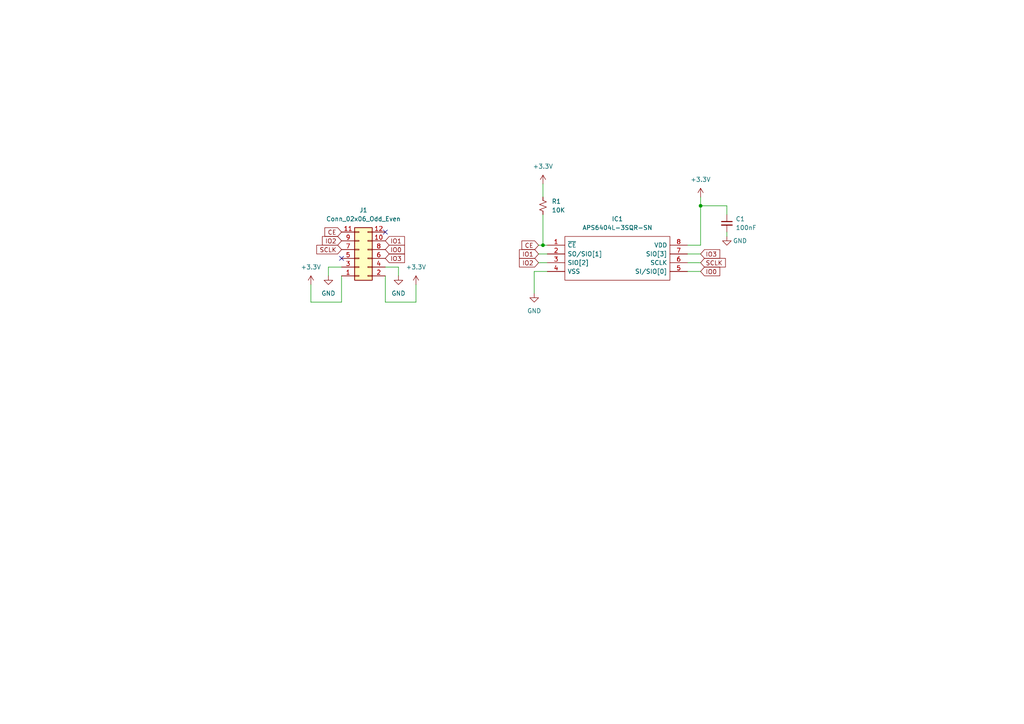
<source format=kicad_sch>
(kicad_sch (version 20231120) (generator "eeschema") (generator_version "8.0")
  (paper "A4")
  (title_block (title "PSRAM PMOD for pic0rick") (date "2025-06-01") (rev "1") (company "https://un0rick.cc"))
  (lib_symbols
    (symbol "Connector_Generic:Conn_02x06_Odd_Even" (pin_names (offset 1.016) hide)
      (property "Reference" "J" (at 1.27 7.62 0))
      (property "Value" "Conn_02x06_Odd_Even" (at 1.27 -10.16 0))
      (symbol "Conn_02x06_Odd_Even_1_1"
        (rectangle (start -1.27 -7.493) (end 0 -7.747) (stroke (width 0.1524)))
        (rectangle (start -1.27 -4.953) (end 0 -5.207) (stroke (width 0.1524)))
        (rectangle (start -1.27 -2.413) (end 0 -2.667) (stroke (width 0.1524)))
        (rectangle (start -1.27 0.127) (end 0 -0.127) (stroke (width 0.1524)))
        (rectangle (start -1.27 2.667) (end 0 2.413) (stroke (width 0.1524)))
        (rectangle (start -1.27 5.207) (end 0 4.953) (stroke (width 0.1524)))
        (rectangle (start -1.27 6.35) (end 3.81 -8.89) (stroke (width 0.254)) (fill (type background)))
        (rectangle (start 3.81 -7.493) (end 2.54 -7.747) (stroke (width 0.1524)))
        (rectangle (start 3.81 -4.953) (end 2.54 -5.207) (stroke (width 0.1524)))
        (rectangle (start 3.81 -2.413) (end 2.54 -2.667) (stroke (width 0.1524)))
        (rectangle (start 3.81 0.127) (end 2.54 -0.127) (stroke (width 0.1524)))
        (rectangle (start 3.81 2.667) (end 2.54 2.413) (stroke (width 0.1524)))
        (rectangle (start 3.81 5.207) (end 2.54 4.953) (stroke (width 0.1524)))
        (pin passive line (at -5.08 5.08 0) (length 3.81) (name "Pin_1") (number "1"))
        (pin passive line (at 7.62 -5.08 180) (length 3.81) (name "Pin_10") (number "10"))
        (pin passive line (at -5.08 -7.62 0) (length 3.81) (name "Pin_11") (number "11"))
        (pin passive line (at 7.62 -7.62 180) (length 3.81) (name "Pin_12") (number "12"))
        (pin passive line (at 7.62 5.08 180) (length 3.81) (name "Pin_2") (number "2"))
        (pin passive line (at -5.08 2.54 0) (length 3.81) (name "Pin_3") (number "3"))
        (pin passive line (at 7.62 2.54 180) (length 3.81) (name "Pin_4") (number "4"))
        (pin passive line (at -5.08 0 0) (length 3.81) (name "Pin_5") (number "5"))
        (pin passive line (at 7.62 0 180) (length 3.81) (name "Pin_6") (number "6"))
        (pin passive line (at -5.08 -2.54 0) (length 3.81) (name "Pin_7") (number "7"))
        (pin passive line (at 7.62 -2.54 180) (length 3.81) (name "Pin_8") (number "8"))
        (pin passive line (at -5.08 -5.08 0) (length 3.81) (name "Pin_9") (number "9"))
      )
    )
    (symbol "Device:C_Small" (pin_numbers hide) (pin_names (offset 0.254) hide)
      (property "Reference" "C" (at 0.254 1.778 0))
      (property "Value" "C_Small" (at 0.254 -2.032 0))
      (symbol "C_Small_0_1"
        (polyline (pts (xy -1.524 -0.508) (xy 1.524 -0.508)) (stroke (width 0.3302)))
        (polyline (pts (xy -1.524 0.508) (xy 1.524 0.508)) (stroke (width 0.3048)))
      )
      (symbol "C_Small_1_1"
        (pin passive line (at 0 2.54 270) (length 2.032) (name "~") (number "1"))
        (pin passive line (at 0 -2.54 90) (length 2.032) (name "~") (number "2"))
      )
    )
    (symbol "Device:R_Small_US" (pin_numbers hide) (pin_names (offset 0.254) hide)
      (property "Reference" "R" (at 0.762 0.508 0))
      (property "Value" "R_Small_US" (at 0.762 -1.016 0))
      (symbol "R_Small_US_1_1"
        (polyline (pts (xy 0 0) (xy 1.016 -0.381) (xy 0 -0.762) (xy -1.016 -1.143) (xy 0 -1.524)))
        (polyline (pts (xy 0 1.524) (xy 1.016 1.143) (xy 0 0.762) (xy -1.016 0.381) (xy 0 0)))
        (pin passive line (at 0 2.54 270) (length 1.016) (name "~") (number "1"))
        (pin passive line (at 0 -2.54 90) (length 1.016) (name "~") (number "2"))
      )
    )
    (symbol "SamacSys_Parts:APS6404L-3SQR-SN" (pin_names (offset 0.762))
      (property "Reference" "IC" (at 36.83 7.62 0))
      (property "Value" "APS6404L-3SQR-SN" (at 36.83 5.08 0))
      (symbol "APS6404L-3SQR-SN_0_0"
        (pin passive line (at 0 0 0) (length 5.08) (name "~{CE}") (number "1"))
        (pin passive line (at 0 -2.54 0) (length 5.08) (name "SO/SIO[1]") (number "2"))
        (pin passive line (at 0 -5.08 0) (length 5.08) (name "SIO[2]") (number "3"))
        (pin passive line (at 0 -7.62 0) (length 5.08) (name "VSS") (number "4"))
        (pin passive line (at 40.64 -7.62 180) (length 5.08) (name "SI/SIO[0]") (number "5"))
        (pin passive line (at 40.64 -5.08 180) (length 5.08) (name "SCLK") (number "6"))
        (pin passive line (at 40.64 -2.54 180) (length 5.08) (name "SIO[3]") (number "7"))
        (pin passive line (at 40.64 0 180) (length 5.08) (name "VDD") (number "8"))
      )
      (symbol "APS6404L-3SQR-SN_0_1"
        (polyline (pts (xy 5.08 2.54) (xy 35.56 2.54) (xy 35.56 -10.16) (xy 5.08 -10.16) (xy 5.08 2.54)) (stroke (width 0.1524)))
      )
    )
    (symbol "power:+3.3V" (power) (pin_names (offset 0))
      (property "Value" "+3.3V" (at 0 3.556 0))
      (symbol "+3.3V_0_1"
        (polyline (pts (xy -0.762 1.27) (xy 0 2.54)))
        (polyline (pts (xy 0 0) (xy 0 2.54)))
        (polyline (pts (xy 0 2.54) (xy 0.762 1.27)))
      )
      (symbol "+3.3V_1_1"
        (pin power_in line (at 0 0 90) (length 0) hide (name "+3.3V") (number "1"))
      )
    )
    (symbol "power:GND" (power) (pin_names (offset 0))
      (property "Value" "GND" (at 0 -3.81 0))
      (symbol "GND_0_1"
        (polyline (pts (xy 0 0) (xy 0 -1.27) (xy 1.27 -1.27) (xy 0 -2.54) (xy -1.27 -1.27) (xy 0 -1.27)))
      )
      (symbol "GND_1_1"
        (pin power_in line (at 0 0 270) (length 0) hide (name "GND") (number "1"))
      )
    )
  )
  (junction (at 157.48 71.12))
  (junction (at 203.2 59.69))
  (no_connect (at 99.06 74.93))
  (no_connect (at 111.76 67.31))
  (wire (pts (xy 120.65 82.55) (xy 120.65 87.63)))
  (wire (pts (xy 157.48 62.23) (xy 157.48 71.12)))
  (wire (pts (xy 115.57 77.47) (xy 111.76 77.47)))
  (wire (pts (xy 111.76 80.01) (xy 111.76 87.63)))
  (wire (pts (xy 99.06 87.63) (xy 90.17 87.63)))
  (wire (pts (xy 156.21 76.2) (xy 158.75 76.2)))
  (wire (pts (xy 157.48 71.12) (xy 158.75 71.12)))
  (wire (pts (xy 210.82 67.31) (xy 210.82 68.58)))
  (wire (pts (xy 203.2 59.69) (xy 203.2 57.15)))
  (wire (pts (xy 199.39 71.12) (xy 203.2 71.12)))
  (wire (pts (xy 158.75 78.74) (xy 154.94 78.74)))
  (wire (pts (xy 95.25 80.01) (xy 95.25 77.47)))
  (wire (pts (xy 156.21 71.12) (xy 157.48 71.12)))
  (wire (pts (xy 111.76 87.63) (xy 120.65 87.63)))
  (wire (pts (xy 157.48 53.34) (xy 157.48 57.15)))
  (wire (pts (xy 199.39 73.66) (xy 203.2 73.66)))
  (wire (pts (xy 99.06 80.01) (xy 99.06 87.63)))
  (wire (pts (xy 210.82 59.69) (xy 203.2 59.69)))
  (wire (pts (xy 156.21 73.66) (xy 158.75 73.66)))
  (wire (pts (xy 199.39 76.2) (xy 203.2 76.2)))
  (wire (pts (xy 154.94 78.74) (xy 154.94 85.09)))
  (wire (pts (xy 95.25 77.47) (xy 99.06 77.47)))
  (wire (pts (xy 199.39 78.74) (xy 203.2 78.74)))
  (wire (pts (xy 210.82 62.23) (xy 210.82 59.69)))
  (wire (pts (xy 203.2 71.12) (xy 203.2 59.69)))
  (wire (pts (xy 115.57 80.01) (xy 115.57 77.47)))
  (wire (pts (xy 90.17 82.55) (xy 90.17 87.63)))
  (global_label "IO3" (shape input) (at 111.76 74.93 0) (property "Intersheetrefs" "${INTERSHEET_REFS}" (effects (hide yes))))
  (global_label "IO1" (shape input) (at 111.76 69.85 0) (property "Intersheetrefs" "${INTERSHEET_REFS}" (effects (hide yes))))
  (global_label "CE" (shape input) (at 156.21 71.12 180) (property "Intersheetrefs" "${INTERSHEET_REFS}" (effects (hide yes))))
  (global_label "IO2" (shape input) (at 156.21 76.2 180) (property "Intersheetrefs" "${INTERSHEET_REFS}" (effects (hide yes))))
  (global_label "IO0" (shape input) (at 111.76 72.39 0) (property "Intersheetrefs" "${INTERSHEET_REFS}" (effects (hide yes))))
  (global_label "SCLK" (shape input) (at 203.2 76.2 0) (property "Intersheetrefs" "${INTERSHEET_REFS}" (effects (hide yes))))
  (global_label "IO2" (shape input) (at 99.06 69.85 180) (property "Intersheetrefs" "${INTERSHEET_REFS}" (effects (hide yes))))
  (global_label "IO1" (shape input) (at 156.21 73.66 180) (property "Intersheetrefs" "${INTERSHEET_REFS}" (effects (hide yes))))
  (global_label "IO0" (shape input) (at 203.2 78.74 0) (property "Intersheetrefs" "${INTERSHEET_REFS}" (effects (hide yes))))
  (global_label "IO3" (shape input) (at 203.2 73.66 0) (property "Intersheetrefs" "${INTERSHEET_REFS}" (effects (hide yes))))
  (global_label "SCLK" (shape input) (at 99.06 72.39 180) (property "Intersheetrefs" "${INTERSHEET_REFS}" (effects (hide yes))))
  (global_label "CE" (shape input) (at 99.06 67.31 180) (property "Intersheetrefs" "${INTERSHEET_REFS}" (effects (hide yes))))
  (symbol (lib_id "power:+3.3V") (at 90.17 82.55 0) (unit 1)
    (property "Reference" "#PWR01" (effects (hide yes)))
    (property "Value" "+3.3V" (at 90.17 77.47 0))
  )
  (symbol (lib_id "power:GND") (at 154.94 85.09 0) (unit 1)
    (property "Reference" "#PWR06" (effects (hide yes)))
    (property "Value" "GND" (at 154.94 90.17 0))
  )
  (symbol (lib_id "power:+3.3V") (at 120.65 82.55 0) (mirror y) (unit 1)
    (property "Reference" "#PWR04" (effects (hide yes)))
    (property "Value" "+3.3V" (at 120.65 77.47 0))
  )
  (symbol (lib_id "power:GND") (at 95.25 80.01 0) (unit 1)
    (property "Reference" "#PWR03" (effects (hide yes)))
    (property "Value" "GND" (at 95.25 85.09 0))
  )
  (symbol (lib_id "power:+3.3V") (at 157.48 53.34 0) (mirror y) (unit 1)
    (property "Reference" "#PWR08" (effects (hide yes)))
    (property "Value" "+3.3V" (at 157.48 48.26 0))
  )
  (symbol (lib_id "power:GND") (at 115.57 80.01 0) (mirror y) (unit 1)
    (property "Reference" "#PWR02" (effects (hide yes)))
    (property "Value" "GND" (at 115.57 85.09 0))
  )
  (symbol (lib_id "Device:R_Small_US") (at 157.48 59.69 0) (unit 1)
    (property "Reference" "R1" (at 160.02 58.42 0) (effects (justify left)))
    (property "Value" "10K" (at 160.02 60.96 0) (effects (justify left)))
    (property "Footprint" "Resistor_SMD:R_1206_3216Metric" (effects (hide yes)))
  )
  (symbol (lib_id "Connector_Generic:Conn_02x06_Odd_Even") (at 104.14 74.93 0) (mirror x) (unit 1)
    (property "Reference" "J1" (at 105.41 60.96 0))
    (property "Value" "Conn_02x06_Odd_Even" (at 105.41 63.5 0))
    (property "Footprint" "Connector_PinHeader_2.54mm:PinHeader_2x06_P2.54mm_Horizontal" (effects (hide yes)))
  )
  (symbol (lib_id "power:GND") (at 210.82 68.58 0) (unit 1)
    (property "Reference" "#PWR07" (effects (hide yes)))
    (property "Value" "GND" (at 214.63 69.85 0))
  )
  (symbol (lib_id "SamacSys_Parts:APS6404L-3SQR-SN") (at 158.75 71.12 0) (unit 1)
    (property "Reference" "IC1" (at 179.07 63.5 0))
    (property "Value" "APS6404L-3SQR-SN" (at 179.07 66.04 0))
    (property "Footprint" "SamacSys_Parts:SOIC127P600X175-8N" (effects (hide yes)))
    (property "Description" "DRAM IoT RAM 64Mb QSPI (x1,x4) SDR 133/84MHz, RBX, 3V, Ind. Temp., SOP8" (effects (hide yes)))
    (property "Height" "1.75" (effects (hide yes)))
    (property "Mouser Part Number" "878-APS6404L-3SQR-SN" (effects (hide yes)))
    (property "Mouser Price/Stock" "https://www.mouser.co.uk/ProductDetail/AP-Memory/APS6404L-3SQR-SN?qs=IS%252B4QmGtzzqsn3S5xo%2FEEg%3D%3D" (effects (hide yes)))
    (property "Manufacturer_Name" "AP Memory" (effects (hide yes)))
    (property "Manufacturer_Part_Number" "APS6404L-3SQR-SN" (effects (hide yes)))
  )
  (symbol (lib_id "power:+3.3V") (at 203.2 57.15 0) (mirror y) (unit 1)
    (property "Reference" "#PWR05" (effects (hide yes)))
    (property "Value" "+3.3V" (at 203.2 52.07 0))
  )
  (symbol (lib_id "Device:C_Small") (at 210.82 64.77 0) (unit 1)
    (property "Reference" "C1" (at 213.36 63.5063 0) (effects (justify left)))
    (property "Value" "100nF" (at 213.36 66.0463 0) (effects (justify left)))
    (property "Footprint" "Capacitor_SMD:C_1206_3216Metric" (effects (hide yes)))
  )
)
</source>
